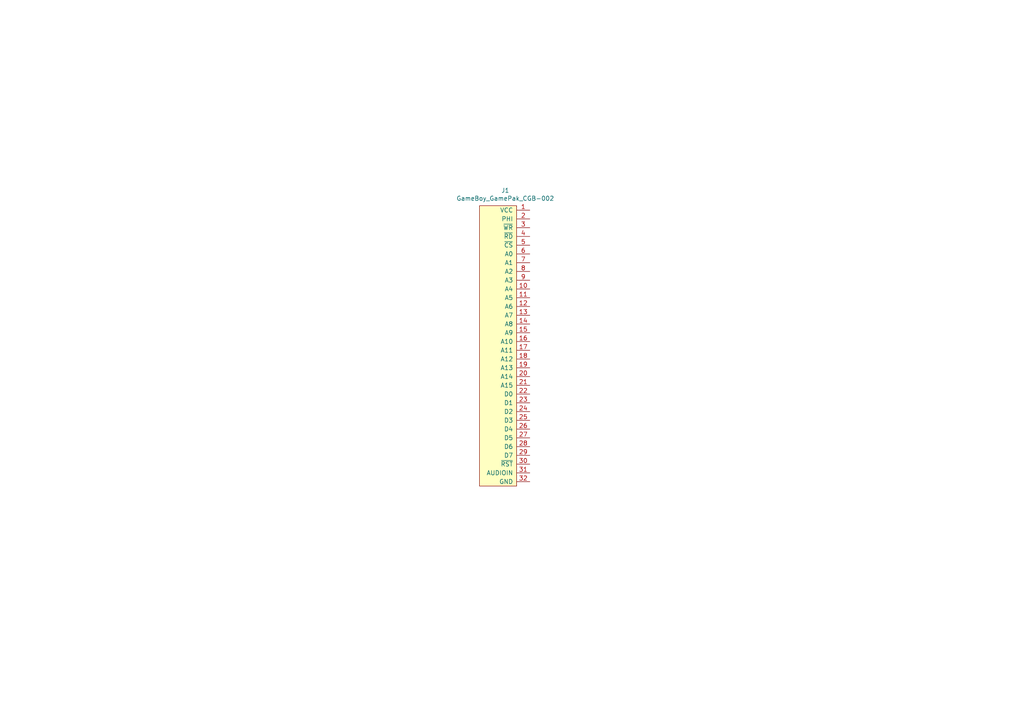
<source format=kicad_sch>
(kicad_sch (version 20250114) (generator "eeschema") (generator_version "9.0")
  (paper "A4")
  (lib_symbols
    (symbol "Connector_GameBoy:GameBoy_GamePak_CGB-002" (pin_names (offset 1.016))
      (property "Reference" "J" (at -1.27 41.91 0))
      (property "Value" "GameBoy_GamePak_CGB-002" (at -4.445 -42.545 0))
      (symbol "GameBoy_GamePak_CGB-002_0_1"
        (rectangle (start 0 40.64) (end -10.795 -40.64) (fill (type background)))
      )
      (symbol "GameBoy_GamePak_CGB-002_1_1"
        (pin passive line (at 3.81 39.37 180) (length 3.81) (name "VCC") (number "1"))
        (pin passive line (at 3.81 36.83 180) (length 3.81) (name "PHI") (number "2"))
        (pin passive line (at 3.81 34.29 180) (length 3.81) (name "~{WR}") (number "3"))
        (pin passive line (at 3.81 31.75 180) (length 3.81) (name "~{RD}") (number "4"))
        (pin passive line (at 3.81 29.21 180) (length 3.81) (name "~{CS}") (number "5"))
        (pin passive line (at 3.81 26.67 180) (length 3.81) (name "A0") (number "6"))
        (pin passive line (at 3.81 24.13 180) (length 3.81) (name "A1") (number "7"))
        (pin passive line (at 3.81 21.59 180) (length 3.81) (name "A2") (number "8"))
        (pin passive line (at 3.81 19.05 180) (length 3.81) (name "A3") (number "9"))
        (pin passive line (at 3.81 16.51 180) (length 3.81) (name "A4") (number "10"))
        (pin passive line (at 3.81 13.97 180) (length 3.81) (name "A5") (number "11"))
        (pin passive line (at 3.81 11.43 180) (length 3.81) (name "A6") (number "12"))
        (pin passive line (at 3.81 8.89 180) (length 3.81) (name "A7") (number "13"))
        (pin passive line (at 3.81 6.35 180) (length 3.81) (name "A8") (number "14"))
        (pin passive line (at 3.81 3.81 180) (length 3.81) (name "A9") (number "15"))
        (pin passive line (at 3.81 1.27 180) (length 3.81) (name "A10") (number "16"))
        (pin passive line (at 3.81 -1.27 180) (length 3.81) (name "A11") (number "17"))
        (pin passive line (at 3.81 -3.81 180) (length 3.81) (name "A12") (number "18"))
        (pin passive line (at 3.81 -6.35 180) (length 3.81) (name "A13") (number "19"))
        (pin passive line (at 3.81 -8.89 180) (length 3.81) (name "A14") (number "20"))
        (pin passive line (at 3.81 -11.43 180) (length 3.81) (name "A15") (number "21"))
        (pin passive line (at 3.81 -13.97 180) (length 3.81) (name "D0") (number "22"))
        (pin passive line (at 3.81 -16.51 180) (length 3.81) (name "D1") (number "23"))
        (pin passive line (at 3.81 -19.05 180) (length 3.81) (name "D2") (number "24"))
        (pin passive line (at 3.81 -21.59 180) (length 3.81) (name "D3") (number "25"))
        (pin passive line (at 3.81 -24.13 180) (length 3.81) (name "D4") (number "26"))
        (pin passive line (at 3.81 -26.67 180) (length 3.81) (name "D5") (number "27"))
        (pin passive line (at 3.81 -29.21 180) (length 3.81) (name "D6") (number "28"))
        (pin passive line (at 3.81 -31.75 180) (length 3.81) (name "D7") (number "29"))
        (pin passive line (at 3.81 -34.29 180) (length 3.81) (name "~{RST}") (number "30"))
        (pin passive line (at 3.81 -36.83 180) (length 3.81) (name "AUDIOIN") (number "31"))
        (pin passive line (at 3.81 -39.37 180) (length 3.81) (name "GND") (number "32"))
      )
    )
  )
  (symbol (lib_id "Connector_GameBoy:GameBoy_GamePak_CGB-002") (at 149.86 100.33 0) (unit 1)
    (property "Reference" "J1" (at 146.558 55.245 0))
    (property "Value" "GameBoy_GamePak_CGB-002" (at 146.558 57.5564 0))
    (property "Footprint" "Connector_GameBoy:GameBoy_GamePak_CGB-002_P1.50mm_Edge" (effects (hide yes)))
  )
)
</source>
